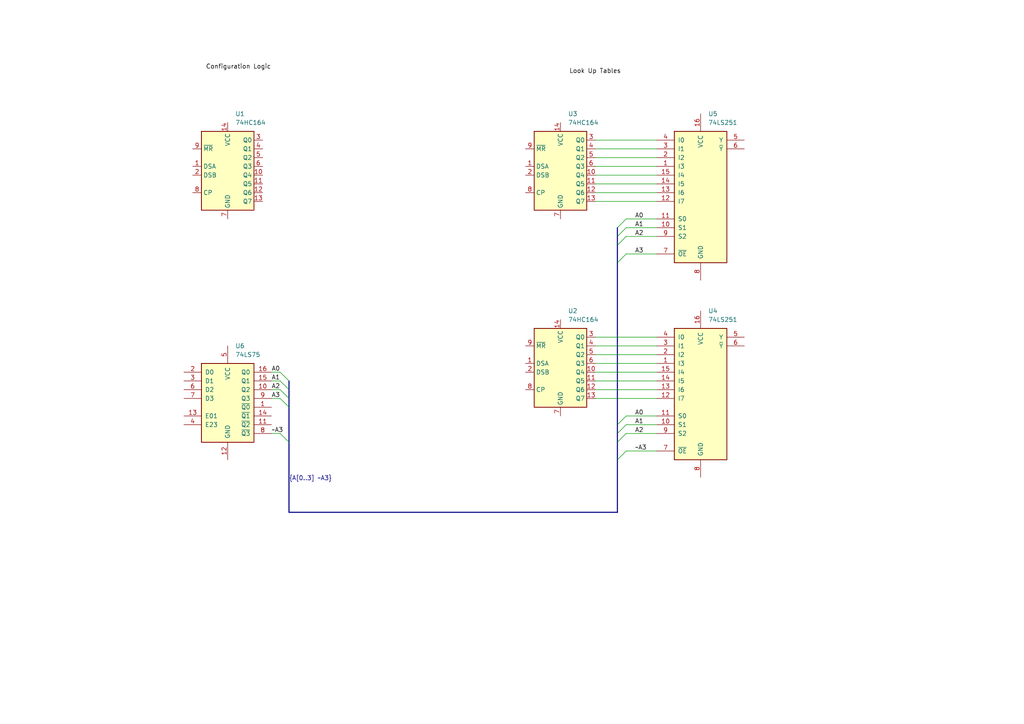
<source format=kicad_sch>
(kicad_sch (version 20231120) (generator "eeschema") (generator_version "8.0")
  (paper "A4")
  (lib_symbols
    (symbol "74xx:74HC164"
      (property "Reference" "U" (at 1.905 -13.97 0))
      (property "Value" "74HC164" (at 1.905 -16.51 0))
      (symbol "74HC164_0_1"
        (rectangle (start 7.62 10.16) (end -7.62 -12.7) (stroke (width 0.254)) (fill (type background)))
      )
      (symbol "74HC164_1_1"
        (pin input line (at -10.16 0 0) (length 2.54) (name "DSA") (number "1"))
        (pin output line (at 10.16 -2.54 180) (length 2.54) (name "Q4") (number "10"))
        (pin output line (at 10.16 -5.08 180) (length 2.54) (name "Q5") (number "11"))
        (pin output line (at 10.16 -7.62 180) (length 2.54) (name "Q6") (number "12"))
        (pin output line (at 10.16 -10.16 180) (length 2.54) (name "Q7") (number "13"))
        (pin power_in line (at 0 12.7 270) (length 2.54) (name "VCC") (number "14"))
        (pin input line (at -10.16 -2.54 0) (length 2.54) (name "DSB") (number "2"))
        (pin output line (at 10.16 7.62 180) (length 2.54) (name "Q0") (number "3"))
        (pin output line (at 10.16 5.08 180) (length 2.54) (name "Q1") (number "4"))
        (pin output line (at 10.16 2.54 180) (length 2.54) (name "Q2") (number "5"))
        (pin output line (at 10.16 0 180) (length 2.54) (name "Q3") (number "6"))
        (pin power_in line (at 0 -15.24 90) (length 2.54) (name "GND") (number "7"))
        (pin input line (at -10.16 -7.62 0) (length 2.54) (name "CP") (number "8"))
        (pin input line (at -10.16 5.08 0) (length 2.54) (name "~{MR}") (number "9"))
      )
    )
    (symbol "74xx:74LS251" (pin_names (offset 1.016))
      (property "Reference" "U" (at -7.62 19.05 0))
      (property "Value" "74LS251" (at -7.62 -21.59 0))
      (symbol "74LS251_1_0"
        (pin input line (at -12.7 7.62 0) (length 5.08) (name "I3") (number "1"))
        (pin input line (at -12.7 -10.16 0) (length 5.08) (name "S1") (number "10"))
        (pin input line (at -12.7 -7.62 0) (length 5.08) (name "S0") (number "11"))
        (pin input line (at -12.7 -2.54 0) (length 5.08) (name "I7") (number "12"))
        (pin input line (at -12.7 0 0) (length 5.08) (name "I6") (number "13"))
        (pin input line (at -12.7 2.54 0) (length 5.08) (name "I5") (number "14"))
        (pin input line (at -12.7 5.08 0) (length 5.08) (name "I4") (number "15"))
        (pin power_in line (at 0 22.86 270) (length 5.08) (name "VCC") (number "16"))
        (pin input line (at -12.7 10.16 0) (length 5.08) (name "I2") (number "2"))
        (pin input line (at -12.7 12.7 0) (length 5.08) (name "I1") (number "3"))
        (pin input line (at -12.7 15.24 0) (length 5.08) (name "I0") (number "4"))
        (pin tri_state line (at 12.7 15.24 180) (length 5.08) (name "Y") (number "5"))
        (pin tri_state line (at 12.7 12.7 180) (length 5.08) (name "~{Y}") (number "6"))
        (pin input line (at -12.7 -17.78 0) (length 5.08) (name "~{OE}") (number "7"))
        (pin power_in line (at 0 -25.4 90) (length 5.08) (name "GND") (number "8"))
        (pin input line (at -12.7 -12.7 0) (length 5.08) (name "S2") (number "9"))
      )
      (symbol "74LS251_1_1"
        (rectangle (start -7.62 17.78) (end 7.62 -20.32) (stroke (width 0.254)) (fill (type background)))
      )
    )
    (symbol "74xx:74LS75" (pin_names (offset 1.016))
      (property "Reference" "U" (at -7.62 11.43 0))
      (property "Value" "74LS75" (at -7.62 -13.97 0))
      (symbol "74LS75_1_0"
        (pin output line (at 12.7 -2.54 180) (length 5.08) (name "~{Q0}") (number "1"))
        (pin output line (at 12.7 2.54 180) (length 5.08) (name "Q2") (number "10"))
        (pin output line (at 12.7 -7.62 180) (length 5.08) (name "~{Q2}") (number "11"))
        (pin power_in line (at 0 -17.78 90) (length 5.08) (name "GND") (number "12"))
        (pin input line (at -12.7 -5.08 0) (length 5.08) (name "E01") (number "13"))
        (pin output line (at 12.7 -5.08 180) (length 5.08) (name "~{Q1}") (number "14"))
        (pin output line (at 12.7 5.08 180) (length 5.08) (name "Q1") (number "15"))
        (pin output line (at 12.7 7.62 180) (length 5.08) (name "Q0") (number "16"))
        (pin input line (at -12.7 7.62 0) (length 5.08) (name "D0") (number "2"))
        (pin input line (at -12.7 5.08 0) (length 5.08) (name "D1") (number "3"))
        (pin input line (at -12.7 -7.62 0) (length 5.08) (name "E23") (number "4"))
        (pin power_in line (at 0 15.24 270) (length 5.08) (name "VCC") (number "5"))
        (pin input line (at -12.7 2.54 0) (length 5.08) (name "D2") (number "6"))
        (pin input line (at -12.7 0 0) (length 5.08) (name "D3") (number "7"))
        (pin output line (at 12.7 -10.16 180) (length 5.08) (name "~{Q3}") (number "8"))
        (pin output line (at 12.7 0 180) (length 5.08) (name "Q3") (number "9"))
      )
      (symbol "74LS75_1_1"
        (rectangle (start -7.62 10.16) (end 7.62 -12.7) (stroke (width 0.254)) (fill (type background)))
      )
    )
  )
  (bus_entry (at 179.07 71.12) (size 2.54 -2.54))
  (bus_entry (at 179.07 76.2) (size 2.54 -2.54))
  (bus_entry (at 179.07 133.35) (size 2.54 -2.54))
  (bus_entry (at 83.82 118.11) (size -2.54 -2.54))
  (bus_entry (at 83.82 110.49) (size -2.54 -2.54))
  (bus_entry (at 83.82 113.03) (size -2.54 -2.54))
  (bus_entry (at 179.07 66.04) (size 2.54 -2.54))
  (bus_entry (at 179.07 128.27) (size 2.54 -2.54))
  (bus_entry (at 83.82 115.57) (size -2.54 -2.54))
  (bus_entry (at 179.07 125.73) (size 2.54 -2.54))
  (bus_entry (at 179.07 123.19) (size 2.54 -2.54))
  (bus_entry (at 83.82 128.27) (size -2.54 -2.54))
  (bus_entry (at 179.07 68.58) (size 2.54 -2.54))
  (bus (pts (xy 83.82 148.59) (xy 179.07 148.59)))
  (wire (pts (xy 181.61 68.58) (xy 190.5 68.58)))
  (wire (pts (xy 172.72 115.57) (xy 190.5 115.57)))
  (wire (pts (xy 172.72 113.03) (xy 190.5 113.03)))
  (wire (pts (xy 172.72 102.87) (xy 190.5 102.87)))
  (wire (pts (xy 172.72 40.64) (xy 190.5 40.64)))
  (wire (pts (xy 172.72 107.95) (xy 190.5 107.95)))
  (wire (pts (xy 172.72 58.42) (xy 190.5 58.42)))
  (wire (pts (xy 78.74 107.95) (xy 81.28 107.95)))
  (wire (pts (xy 181.61 73.66) (xy 190.5 73.66)))
  (wire (pts (xy 172.72 100.33) (xy 190.5 100.33)))
  (wire (pts (xy 172.72 45.72) (xy 190.5 45.72)))
  (wire (pts (xy 172.72 97.79) (xy 190.5 97.79)))
  (wire (pts (xy 172.72 43.18) (xy 190.5 43.18)))
  (wire (pts (xy 172.72 48.26) (xy 190.5 48.26)))
  (bus (pts (xy 179.07 133.35) (xy 179.07 148.59)))
  (bus (pts (xy 83.82 118.11) (xy 83.82 128.27)))
  (wire (pts (xy 181.61 63.5) (xy 190.5 63.5)))
  (wire (pts (xy 78.74 113.03) (xy 81.28 113.03)))
  (wire (pts (xy 181.61 125.73) (xy 190.5 125.73)))
  (bus (pts (xy 179.07 128.27) (xy 179.07 133.35)))
  (wire (pts (xy 172.72 50.8) (xy 190.5 50.8)))
  (bus (pts (xy 179.07 66.04) (xy 179.07 68.58)))
  (wire (pts (xy 181.61 130.81) (xy 190.5 130.81)))
  (bus (pts (xy 179.07 76.2) (xy 179.07 123.19)))
  (wire (pts (xy 181.61 120.65) (xy 190.5 120.65)))
  (wire (pts (xy 78.74 115.57) (xy 81.28 115.57)))
  (wire (pts (xy 172.72 53.34) (xy 190.5 53.34)))
  (bus (pts (xy 179.07 125.73) (xy 179.07 128.27)))
  (wire (pts (xy 172.72 55.88) (xy 190.5 55.88)))
  (bus (pts (xy 179.07 123.19) (xy 179.07 125.73)))
  (bus (pts (xy 179.07 71.12) (xy 179.07 76.2)))
  (bus (pts (xy 179.07 68.58) (xy 179.07 71.12)))
  (wire (pts (xy 78.74 125.73) (xy 81.28 125.73)))
  (wire (pts (xy 172.72 105.41) (xy 190.5 105.41)))
  (bus (pts (xy 83.82 115.57) (xy 83.82 118.11)))
  (wire (pts (xy 181.61 66.04) (xy 190.5 66.04)))
  (bus (pts (xy 83.82 128.27) (xy 83.82 148.59)))
  (wire (pts (xy 172.72 110.49) (xy 190.5 110.49)))
  (wire (pts (xy 181.61 123.19) (xy 190.5 123.19)))
  (bus (pts (xy 83.82 113.03) (xy 83.82 115.57)))
  (wire (pts (xy 78.74 110.49) (xy 81.28 110.49)))
  (bus (pts (xy 83.82 110.49) (xy 83.82 113.03)))
  (label "A2" (at 78.74 113.03 0))
  (label "{A[0..3] ~A3}" (at 83.82 139.7 0))
  (label "~A3" (at 184.15 130.81 0))
  (label "A1" (at 184.15 66.04 0))
  (label "A1" (at 78.74 110.49 0))
  (label "A2" (at 184.15 125.73 0))
  (label "A0" (at 184.15 120.65 0))
  (label "Configuration Logic" (at 59.69 20.32 0))
  (label "A2" (at 184.15 68.58 0))
  (label "Look Up Tables" (at 165.1 21.59 0))
  (label "A1" (at 184.15 123.19 0))
  (label "A3" (at 184.15 73.66 0))
  (label "A0" (at 184.15 63.5 0))
  (label "~A3" (at 78.74 125.73 0))
  (label "A3" (at 78.74 115.57 0))
  (label "A0" (at 78.74 107.95 0))
  (symbol (lib_id "74xx:74LS75") (at 66.04 115.57 0) (unit 1)
    (property "Reference" "U6" (at 68.2341 100.33 0) (effects (justify left)))
    (property "Value" "74LS75" (at 68.2341 102.87 0) (effects (justify left)))
    (property "Datasheet" "http://www.ti.com/lit/gpn/sn74LS75" (effects (hide yes)))
    (property "Description" "4-bit Latch" (effects (hide yes)))
  )
  (symbol (lib_id "74xx:74HC164") (at 162.56 48.26 0) (unit 1)
    (property "Reference" "U3" (at 164.7541 33.02 0) (effects (justify left)))
    (property "Value" "74HC164" (at 164.7541 35.56 0) (effects (justify left)))
    (property "Datasheet" "https://assets.nexperia.com/documents/data-sheet/74HC_HCT164.pdf" (effects (hide yes)))
    (property "Description" "8-bit serial-in parallel-out shift register" (effects (hide yes)))
  )
  (symbol (lib_id "74xx:74LS251") (at 203.2 55.88 0) (unit 1)
    (property "Reference" "U5" (at 205.3941 33.02 0) (effects (justify left)))
    (property "Value" "74LS251" (at 205.3941 35.56 0) (effects (justify left)))
    (property "Datasheet" "http://www.ti.com/lit/gpn/sn74LS251" (effects (hide yes)))
    (property "Description" "Multiplexer 8 to 1, 3-state Outputs" (effects (hide yes)))
  )
  (symbol (lib_id "74xx:74HC164") (at 162.56 105.41 0) (unit 1)
    (property "Reference" "U2" (at 164.7541 90.17 0) (effects (justify left)))
    (property "Value" "74HC164" (at 164.7541 92.71 0) (effects (justify left)))
    (property "Datasheet" "https://assets.nexperia.com/documents/data-sheet/74HC_HCT164.pdf" (effects (hide yes)))
    (property "Description" "8-bit serial-in parallel-out shift register" (effects (hide yes)))
  )
  (symbol (lib_id "74xx:74HC164") (at 66.04 48.26 0) (unit 1)
    (property "Reference" "U1" (at 68.2341 33.02 0) (effects (justify left)))
    (property "Value" "74HC164" (at 68.2341 35.56 0) (effects (justify left)))
    (property "Datasheet" "https://assets.nexperia.com/documents/data-sheet/74HC_HCT164.pdf" (effects (hide yes)))
    (property "Description" "8-bit serial-in parallel-out shift register" (effects (hide yes)))
  )
  (symbol (lib_id "74xx:74LS251") (at 203.2 113.03 0) (unit 1)
    (property "Reference" "U4" (at 205.3941 90.17 0) (effects (justify left)))
    (property "Value" "74LS251" (at 205.3941 92.71 0) (effects (justify left)))
    (property "Datasheet" "http://www.ti.com/lit/gpn/sn74LS251" (effects (hide yes)))
    (property "Description" "Multiplexer 8 to 1, 3-state Outputs" (effects (hide yes)))
  )
)
</source>
